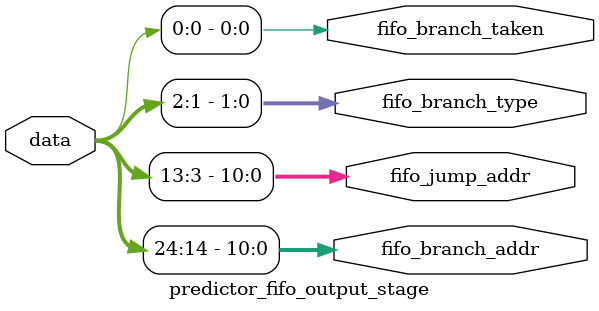
<source format=v>
module predictor_fifo_output_stage (	input [24:0] 		data,
													output reg [10:0]	fifo_branch_addr,
													output reg [10:0] fifo_jump_addr,
													output reg [1:0]	fifo_branch_type,
													output reg			fifo_branch_taken);
													
	always begin
		fifo_branch_addr	<= data[24:14];
		fifo_jump_addr		<= data[13:3];
		fifo_branch_type	<= data[2:1];
		fifo_branch_taken	<= data[0];
	
	end
endmodule
</source>
